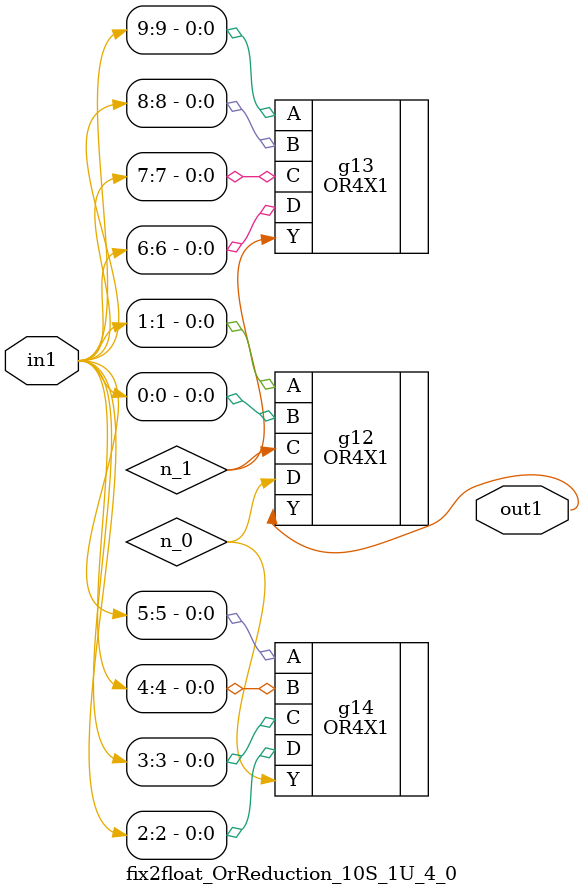
<source format=v>
`timescale 1ps / 1ps


module fix2float_OrReduction_10S_1U_4_0(in1, out1);
  input [9:0] in1;
  output out1;
  wire [9:0] in1;
  wire out1;
  wire n_0, n_1;
  OR4X1 g12(.A (in1[1]), .B (in1[0]), .C (n_1), .D (n_0), .Y (out1));
  OR4X1 g13(.A (in1[9]), .B (in1[8]), .C (in1[7]), .D (in1[6]), .Y
       (n_1));
  OR4X1 g14(.A (in1[5]), .B (in1[4]), .C (in1[3]), .D (in1[2]), .Y
       (n_0));
endmodule



</source>
